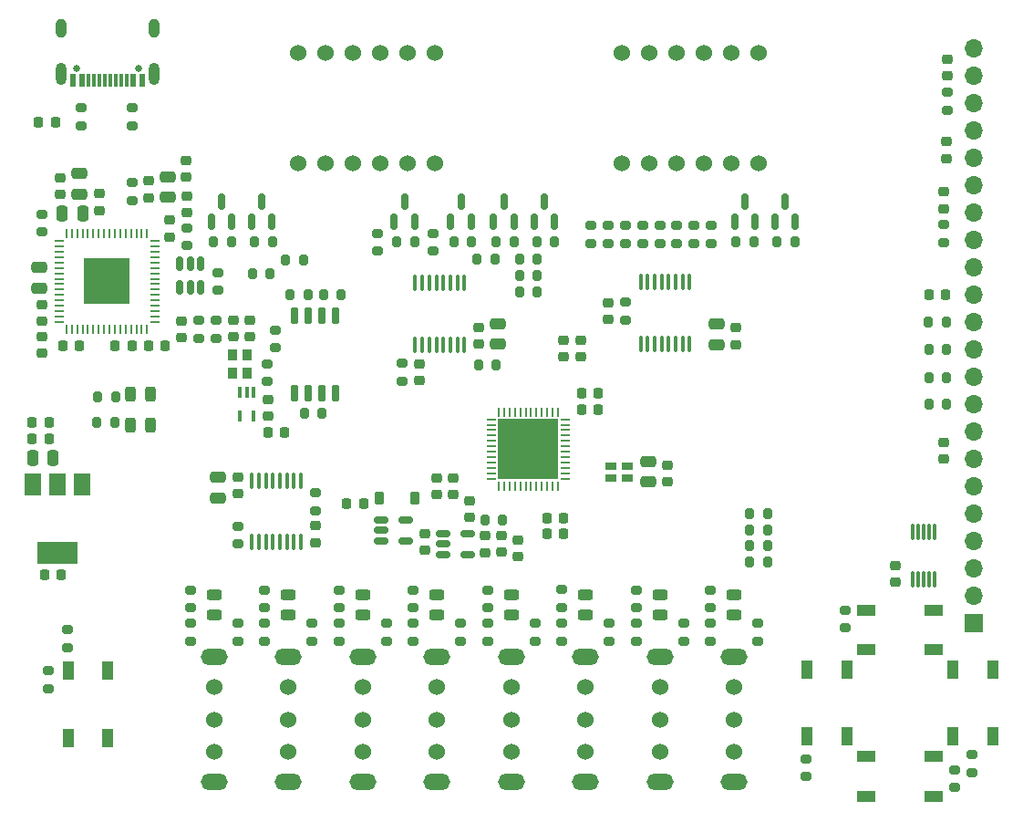
<source format=gbr>
%TF.GenerationSoftware,KiCad,Pcbnew,7.0.7*%
%TF.CreationDate,2023-11-08T14:01:29-08:00*%
%TF.ProjectId,ProgrammaGull_Sandpiper,50726f67-7261-46d6-9d61-47756c6c5f53,rev?*%
%TF.SameCoordinates,Original*%
%TF.FileFunction,Soldermask,Top*%
%TF.FilePolarity,Negative*%
%FSLAX46Y46*%
G04 Gerber Fmt 4.6, Leading zero omitted, Abs format (unit mm)*
G04 Created by KiCad (PCBNEW 7.0.7) date 2023-11-08 14:01:29*
%MOMM*%
%LPD*%
G01*
G04 APERTURE LIST*
G04 Aperture macros list*
%AMRoundRect*
0 Rectangle with rounded corners*
0 $1 Rounding radius*
0 $2 $3 $4 $5 $6 $7 $8 $9 X,Y pos of 4 corners*
0 Add a 4 corners polygon primitive as box body*
4,1,4,$2,$3,$4,$5,$6,$7,$8,$9,$2,$3,0*
0 Add four circle primitives for the rounded corners*
1,1,$1+$1,$2,$3*
1,1,$1+$1,$4,$5*
1,1,$1+$1,$6,$7*
1,1,$1+$1,$8,$9*
0 Add four rect primitives between the rounded corners*
20,1,$1+$1,$2,$3,$4,$5,0*
20,1,$1+$1,$4,$5,$6,$7,0*
20,1,$1+$1,$6,$7,$8,$9,0*
20,1,$1+$1,$8,$9,$2,$3,0*%
G04 Aperture macros list end*
%ADD10RoundRect,0.200000X-0.200000X-0.275000X0.200000X-0.275000X0.200000X0.275000X-0.200000X0.275000X0*%
%ADD11RoundRect,0.100000X-0.100000X0.637500X-0.100000X-0.637500X0.100000X-0.637500X0.100000X0.637500X0*%
%ADD12RoundRect,0.200000X-0.275000X0.200000X-0.275000X-0.200000X0.275000X-0.200000X0.275000X0.200000X0*%
%ADD13RoundRect,0.200000X0.200000X0.275000X-0.200000X0.275000X-0.200000X-0.275000X0.200000X-0.275000X0*%
%ADD14RoundRect,0.225000X0.250000X-0.225000X0.250000X0.225000X-0.250000X0.225000X-0.250000X-0.225000X0*%
%ADD15R,1.500000X2.000000*%
%ADD16R,3.800000X2.000000*%
%ADD17RoundRect,0.225000X-0.250000X0.225000X-0.250000X-0.225000X0.250000X-0.225000X0.250000X0.225000X0*%
%ADD18R,1.100000X1.800000*%
%ADD19C,1.524000*%
%ADD20O,2.500000X1.524000*%
%ADD21RoundRect,0.200000X0.275000X-0.200000X0.275000X0.200000X-0.275000X0.200000X-0.275000X-0.200000X0*%
%ADD22RoundRect,0.048000X-0.152000X0.427000X-0.152000X-0.427000X0.152000X-0.427000X0.152000X0.427000X0*%
%ADD23RoundRect,0.150000X0.150000X-0.587500X0.150000X0.587500X-0.150000X0.587500X-0.150000X-0.587500X0*%
%ADD24C,0.650000*%
%ADD25R,0.600000X1.150000*%
%ADD26R,0.300000X1.150000*%
%ADD27O,1.000000X2.100000*%
%ADD28O,1.000000X1.800000*%
%ADD29RoundRect,0.243750X0.456250X-0.243750X0.456250X0.243750X-0.456250X0.243750X-0.456250X-0.243750X0*%
%ADD30RoundRect,0.150000X-0.512500X-0.150000X0.512500X-0.150000X0.512500X0.150000X-0.512500X0.150000X0*%
%ADD31RoundRect,0.250000X0.250000X0.475000X-0.250000X0.475000X-0.250000X-0.475000X0.250000X-0.475000X0*%
%ADD32RoundRect,0.250000X0.475000X-0.250000X0.475000X0.250000X-0.475000X0.250000X-0.475000X-0.250000X0*%
%ADD33RoundRect,0.225000X-0.225000X-0.250000X0.225000X-0.250000X0.225000X0.250000X-0.225000X0.250000X0*%
%ADD34R,1.800000X1.100000*%
%ADD35RoundRect,0.075000X0.075000X-0.650000X0.075000X0.650000X-0.075000X0.650000X-0.075000X-0.650000X0*%
%ADD36RoundRect,0.225000X0.225000X0.250000X-0.225000X0.250000X-0.225000X-0.250000X0.225000X-0.250000X0*%
%ADD37RoundRect,0.243750X0.243750X0.456250X-0.243750X0.456250X-0.243750X-0.456250X0.243750X-0.456250X0*%
%ADD38RoundRect,0.062500X-0.062500X0.375000X-0.062500X-0.375000X0.062500X-0.375000X0.062500X0.375000X0*%
%ADD39RoundRect,0.062500X-0.375000X0.062500X-0.375000X-0.062500X0.375000X-0.062500X0.375000X0.062500X0*%
%ADD40R,5.600000X5.600000*%
%ADD41RoundRect,0.225000X0.225000X0.375000X-0.225000X0.375000X-0.225000X-0.375000X0.225000X-0.375000X0*%
%ADD42RoundRect,0.218750X0.256250X-0.218750X0.256250X0.218750X-0.256250X0.218750X-0.256250X-0.218750X0*%
%ADD43R,0.900000X1.100000*%
%ADD44RoundRect,0.150000X0.150000X-0.512500X0.150000X0.512500X-0.150000X0.512500X-0.150000X-0.512500X0*%
%ADD45RoundRect,0.250000X-0.250000X-0.475000X0.250000X-0.475000X0.250000X0.475000X-0.250000X0.475000X0*%
%ADD46RoundRect,0.062500X-0.062500X0.337500X-0.062500X-0.337500X0.062500X-0.337500X0.062500X0.337500X0*%
%ADD47RoundRect,0.062500X-0.337500X0.062500X-0.337500X-0.062500X0.337500X-0.062500X0.337500X0.062500X0*%
%ADD48R,4.350000X4.350000*%
%ADD49RoundRect,0.150000X0.150000X-0.650000X0.150000X0.650000X-0.150000X0.650000X-0.150000X-0.650000X0*%
%ADD50R,1.000000X0.800000*%
%ADD51RoundRect,0.250000X-0.475000X0.250000X-0.475000X-0.250000X0.475000X-0.250000X0.475000X0.250000X0*%
%ADD52RoundRect,0.100000X0.100000X-0.637500X0.100000X0.637500X-0.100000X0.637500X-0.100000X-0.637500X0*%
%ADD53R,1.700000X1.700000*%
%ADD54O,1.700000X1.700000*%
G04 APERTURE END LIST*
D10*
%TO.C,R69*%
X68075000Y-47300000D03*
X69725000Y-47300000D03*
%TD*%
D11*
%TO.C,U3*%
X69050000Y-51100000D03*
X68400000Y-51100000D03*
X67750000Y-51100000D03*
X67100000Y-51100000D03*
X66450000Y-51100000D03*
X65800000Y-51100000D03*
X65150000Y-51100000D03*
X64500000Y-51100000D03*
X64500000Y-56825000D03*
X65150000Y-56825000D03*
X65800000Y-56825000D03*
X66450000Y-56825000D03*
X67100000Y-56825000D03*
X67750000Y-56825000D03*
X68400000Y-56825000D03*
X69050000Y-56825000D03*
%TD*%
D12*
%TO.C,R91*%
X66150000Y-46475000D03*
X66150000Y-48125000D03*
%TD*%
D13*
%TO.C,R90*%
X75825000Y-51950000D03*
X74175000Y-51950000D03*
%TD*%
D12*
%TO.C,R89*%
X61000000Y-46475000D03*
X61000000Y-48125000D03*
%TD*%
D13*
%TO.C,R88*%
X75825000Y-50400000D03*
X74175000Y-50400000D03*
%TD*%
D10*
%TO.C,R87*%
X52475000Y-49000000D03*
X54125000Y-49000000D03*
%TD*%
D13*
%TO.C,R54*%
X75825000Y-48850000D03*
X74175000Y-48850000D03*
%TD*%
D10*
%TO.C,R35*%
X49375000Y-50250000D03*
X51025000Y-50250000D03*
%TD*%
D13*
%TO.C,R2*%
X71875000Y-48850000D03*
X70225000Y-48850000D03*
%TD*%
D14*
%TO.C,C3*%
X65350000Y-75875000D03*
X65350000Y-74325000D03*
%TD*%
D15*
%TO.C,U15*%
X33550000Y-69800000D03*
D16*
X31250000Y-76100000D03*
D15*
X31250000Y-69800000D03*
X28950000Y-69800000D03*
%TD*%
D17*
%TO.C,C56*%
X74000000Y-76475000D03*
X74000000Y-74925000D03*
%TD*%
D18*
%TO.C,SW14*%
X35950000Y-87100000D03*
X35950000Y-93300000D03*
X32250000Y-87100000D03*
X32250000Y-93300000D03*
%TD*%
D19*
%TO.C,SW5*%
X59600000Y-88600000D03*
X59600000Y-91600000D03*
X59600000Y-94600000D03*
D20*
X59600000Y-85800000D03*
X59600000Y-97400000D03*
%TD*%
D14*
%TO.C,C42*%
X113597500Y-44200000D03*
X113597500Y-42650000D03*
%TD*%
D13*
%TO.C,R81*%
X113822500Y-59850000D03*
X112172500Y-59850000D03*
%TD*%
D12*
%TO.C,R12*%
X64300000Y-82675000D03*
X64300000Y-84325000D03*
%TD*%
D21*
%TO.C,R19*%
X89400000Y-84325000D03*
X89400000Y-82675000D03*
%TD*%
D22*
%TO.C,U2*%
X49500000Y-61200000D03*
X48850000Y-61200000D03*
X48200000Y-61200000D03*
X48200000Y-63400000D03*
X49500000Y-63400000D03*
%TD*%
D19*
%TO.C,SW4*%
X66500000Y-88600000D03*
X66500000Y-91600000D03*
X66500000Y-94600000D03*
D20*
X66500000Y-85800000D03*
X66500000Y-97400000D03*
%TD*%
D21*
%TO.C,R63*%
X30400000Y-88725000D03*
X30400000Y-87075000D03*
%TD*%
D14*
%TO.C,C28*%
X87900000Y-69575000D03*
X87900000Y-68025000D03*
%TD*%
D21*
%TO.C,R13*%
X68700000Y-84325000D03*
X68700000Y-82675000D03*
%TD*%
%TO.C,R55*%
X43600000Y-81225000D03*
X43600000Y-79575000D03*
%TD*%
D17*
%TO.C,C5*%
X69500000Y-71325000D03*
X69500000Y-72875000D03*
%TD*%
D19*
%TO.C,SW0*%
X94100000Y-88600000D03*
X94100000Y-91600000D03*
X94100000Y-94600000D03*
D20*
X94100000Y-85800000D03*
X94100000Y-97400000D03*
%TD*%
D21*
%TO.C,R17*%
X82500000Y-84325000D03*
X82500000Y-82675000D03*
%TD*%
D12*
%TO.C,R51*%
X63300000Y-58550000D03*
X63300000Y-60200000D03*
%TD*%
D23*
%TO.C,Q4*%
X67800000Y-45437500D03*
X69700000Y-45437500D03*
X68750000Y-43562500D03*
%TD*%
D24*
%TO.C,P1*%
X38810000Y-31180000D03*
X33030000Y-31180000D03*
D25*
X39120000Y-32255000D03*
X38320000Y-32255000D03*
D26*
X37170000Y-32255000D03*
X36170000Y-32255000D03*
X35670000Y-32255000D03*
X34670000Y-32255000D03*
D25*
X33520000Y-32255000D03*
X32720000Y-32255000D03*
X32720000Y-32255000D03*
X33520000Y-32255000D03*
D26*
X34170000Y-32255000D03*
X35170000Y-32255000D03*
X36670000Y-32255000D03*
X37670000Y-32255000D03*
D25*
X38320000Y-32255000D03*
X39120000Y-32255000D03*
D27*
X40240000Y-31680000D03*
D28*
X40240000Y-27500000D03*
D27*
X31600000Y-31680000D03*
D28*
X31600000Y-27500000D03*
%TD*%
D21*
%TO.C,R33*%
X46000000Y-56225000D03*
X46000000Y-54575000D03*
%TD*%
D14*
%TO.C,C32*%
X94300000Y-56800000D03*
X94300000Y-55250000D03*
%TD*%
%TO.C,C13*%
X35200000Y-44350000D03*
X35200000Y-42800000D03*
%TD*%
%TO.C,C9*%
X43300000Y-44575000D03*
X43300000Y-43025000D03*
%TD*%
D13*
%TO.C,R5*%
X72587500Y-73075000D03*
X70937500Y-73075000D03*
%TD*%
D17*
%TO.C,C16*%
X42800000Y-54625000D03*
X42800000Y-56175000D03*
%TD*%
D14*
%TO.C,C11*%
X41700000Y-46825000D03*
X41700000Y-45275000D03*
%TD*%
D19*
%TO.C,SW2*%
X80300000Y-88600000D03*
X80300000Y-91600000D03*
X80300000Y-94600000D03*
D20*
X80300000Y-85800000D03*
X80300000Y-97400000D03*
%TD*%
D10*
%TO.C,R70*%
X62775000Y-47300000D03*
X64425000Y-47300000D03*
%TD*%
D13*
%TO.C,R85*%
X36600000Y-64000000D03*
X34950000Y-64000000D03*
%TD*%
D12*
%TO.C,R16*%
X78100000Y-82675000D03*
X78100000Y-84325000D03*
%TD*%
D17*
%TO.C,C46*%
X29850000Y-56075000D03*
X29850000Y-57625000D03*
%TD*%
D12*
%TO.C,R83*%
X113597500Y-45700000D03*
X113597500Y-47350000D03*
%TD*%
D21*
%TO.C,R6*%
X48000000Y-84325000D03*
X48000000Y-82675000D03*
%TD*%
D29*
%TO.C,D9*%
X94100000Y-81937500D03*
X94100000Y-80062500D03*
%TD*%
D30*
%TO.C,U5*%
X61350000Y-73100000D03*
X61350000Y-74050000D03*
X61350000Y-75000000D03*
X63625000Y-75000000D03*
X63625000Y-73100000D03*
%TD*%
D21*
%TO.C,R9*%
X54900000Y-84325000D03*
X54900000Y-82675000D03*
%TD*%
D12*
%TO.C,R10*%
X57400000Y-82675000D03*
X57400000Y-84325000D03*
%TD*%
D31*
%TO.C,C10*%
X33600000Y-44650000D03*
X31700000Y-44650000D03*
%TD*%
D32*
%TO.C,C15*%
X41500000Y-43150000D03*
X41500000Y-41250000D03*
%TD*%
D21*
%TO.C,R34*%
X43300000Y-47625000D03*
X43300000Y-45975000D03*
%TD*%
D32*
%TO.C,C27*%
X86150000Y-69550000D03*
X86150000Y-67650000D03*
%TD*%
D21*
%TO.C,R4*%
X33510000Y-36480000D03*
X33510000Y-34830000D03*
%TD*%
%TO.C,R3*%
X38210000Y-36480000D03*
X38210000Y-34830000D03*
%TD*%
D29*
%TO.C,D2*%
X45800000Y-81937500D03*
X45800000Y-80062500D03*
%TD*%
D14*
%TO.C,C55*%
X29850000Y-54625000D03*
X29850000Y-53075000D03*
%TD*%
D33*
%TO.C,C19*%
X79925000Y-62850000D03*
X81475000Y-62850000D03*
%TD*%
D14*
%TO.C,C40*%
X109100000Y-78875000D03*
X109100000Y-77325000D03*
%TD*%
D12*
%TO.C,R47*%
X87200000Y-45775000D03*
X87200000Y-47425000D03*
%TD*%
D23*
%TO.C,Q6*%
X75525000Y-45437500D03*
X77425000Y-45437500D03*
X76475000Y-43562500D03*
%TD*%
D34*
%TO.C,SW10*%
X112600000Y-98750000D03*
X106400000Y-98750000D03*
X112600000Y-95050000D03*
X106400000Y-95050000D03*
%TD*%
D21*
%TO.C,R21*%
X96300000Y-84325000D03*
X96300000Y-82675000D03*
%TD*%
D17*
%TO.C,C31*%
X55200000Y-73625000D03*
X55200000Y-75175000D03*
%TD*%
D21*
%TO.C,R60*%
X78100000Y-79550000D03*
X78100000Y-81200000D03*
%TD*%
%TO.C,R24*%
X114600000Y-97925000D03*
X114600000Y-96275000D03*
%TD*%
D35*
%TO.C,U11*%
X110697500Y-78570000D03*
X111197500Y-78570000D03*
X111697500Y-78570000D03*
X112197500Y-78570000D03*
X112697500Y-78570000D03*
X112697500Y-74170000D03*
X112197500Y-74170000D03*
X111697500Y-74170000D03*
X111197500Y-74170000D03*
X110697500Y-74170000D03*
%TD*%
D30*
%TO.C,U4*%
X67062500Y-74375000D03*
X67062500Y-75325000D03*
X67062500Y-76275000D03*
X69337500Y-76275000D03*
X69337500Y-74375000D03*
%TD*%
D10*
%TO.C,R25*%
X95575000Y-74000000D03*
X97225000Y-74000000D03*
%TD*%
D17*
%TO.C,C29*%
X48000000Y-69125000D03*
X48000000Y-70675000D03*
%TD*%
D32*
%TO.C,C35*%
X72200000Y-56750000D03*
X72200000Y-54850000D03*
%TD*%
D33*
%TO.C,C23*%
X76725000Y-74400000D03*
X78275000Y-74400000D03*
%TD*%
D12*
%TO.C,R64*%
X32200000Y-83275000D03*
X32200000Y-84925000D03*
%TD*%
D10*
%TO.C,R67*%
X45775000Y-47300000D03*
X47425000Y-47300000D03*
%TD*%
D19*
%TO.C,SW1*%
X87200000Y-88600000D03*
X87200000Y-91600000D03*
X87200000Y-94600000D03*
D20*
X87200000Y-85800000D03*
X87200000Y-97400000D03*
%TD*%
D29*
%TO.C,D6*%
X73400000Y-81937500D03*
X73400000Y-80062500D03*
%TD*%
D13*
%TO.C,R79*%
X113797500Y-54750000D03*
X112147500Y-54750000D03*
%TD*%
D36*
%TO.C,C47*%
X41250000Y-56900000D03*
X39700000Y-56900000D03*
%TD*%
D17*
%TO.C,C20*%
X68000000Y-69200000D03*
X68000000Y-70750000D03*
%TD*%
D10*
%TO.C,R23*%
X95575000Y-75500000D03*
X97225000Y-75500000D03*
%TD*%
D37*
%TO.C,D11*%
X39925000Y-64250000D03*
X38050000Y-64250000D03*
%TD*%
D11*
%TO.C,U12*%
X89975000Y-51037500D03*
X89325000Y-51037500D03*
X88675000Y-51037500D03*
X88025000Y-51037500D03*
X87375000Y-51037500D03*
X86725000Y-51037500D03*
X86075000Y-51037500D03*
X85425000Y-51037500D03*
X85425000Y-56762500D03*
X86075000Y-56762500D03*
X86725000Y-56762500D03*
X87375000Y-56762500D03*
X88025000Y-56762500D03*
X88675000Y-56762500D03*
X89325000Y-56762500D03*
X89975000Y-56762500D03*
%TD*%
D23*
%TO.C,Q2*%
X49300000Y-45437500D03*
X51200000Y-45437500D03*
X50250000Y-43562500D03*
%TD*%
D38*
%TO.C,U1*%
X77750000Y-63062500D03*
X77250000Y-63062500D03*
X76750000Y-63062500D03*
X76250000Y-63062500D03*
X75750000Y-63062500D03*
X75250000Y-63062500D03*
X74750000Y-63062500D03*
X74250000Y-63062500D03*
X73750000Y-63062500D03*
X73250000Y-63062500D03*
X72750000Y-63062500D03*
X72250000Y-63062500D03*
D39*
X71562500Y-63750000D03*
X71562500Y-64250000D03*
X71562500Y-64750000D03*
X71562500Y-65250000D03*
X71562500Y-65750000D03*
X71562500Y-66250000D03*
X71562500Y-66750000D03*
X71562500Y-67250000D03*
X71562500Y-67750000D03*
X71562500Y-68250000D03*
X71562500Y-68750000D03*
X71562500Y-69250000D03*
D38*
X72250000Y-69937500D03*
X72750000Y-69937500D03*
X73250000Y-69937500D03*
X73750000Y-69937500D03*
X74250000Y-69937500D03*
X74750000Y-69937500D03*
X75250000Y-69937500D03*
X75750000Y-69937500D03*
X76250000Y-69937500D03*
X76750000Y-69937500D03*
X77250000Y-69937500D03*
X77750000Y-69937500D03*
D39*
X78437500Y-69250000D03*
X78437500Y-68750000D03*
X78437500Y-68250000D03*
X78437500Y-67750000D03*
X78437500Y-67250000D03*
X78437500Y-66750000D03*
X78437500Y-66250000D03*
X78437500Y-65750000D03*
X78437500Y-65250000D03*
X78437500Y-64750000D03*
X78437500Y-64250000D03*
X78437500Y-63750000D03*
D40*
X75000000Y-66500000D03*
%TD*%
D18*
%TO.C,SW11*%
X118150000Y-87000000D03*
X118150000Y-93200000D03*
X114450000Y-87000000D03*
X114450000Y-93200000D03*
%TD*%
D21*
%TO.C,R37*%
X44400000Y-56225000D03*
X44400000Y-54575000D03*
%TD*%
D36*
%TO.C,C46*%
X33325000Y-56900000D03*
X31775000Y-56900000D03*
%TD*%
D12*
%TO.C,R43*%
X80800000Y-45775000D03*
X80800000Y-47425000D03*
%TD*%
D14*
%TO.C,C45*%
X113897500Y-31900000D03*
X113897500Y-30350000D03*
%TD*%
D17*
%TO.C,C8*%
X72500000Y-74525000D03*
X72500000Y-76075000D03*
%TD*%
D14*
%TO.C,C14*%
X39700000Y-43175000D03*
X39700000Y-41625000D03*
%TD*%
D36*
%TO.C,C44*%
X113750000Y-52200000D03*
X112200000Y-52200000D03*
%TD*%
D12*
%TO.C,R18*%
X85000000Y-82675000D03*
X85000000Y-84325000D03*
%TD*%
D23*
%TO.C,Q8*%
X97900000Y-45437500D03*
X99800000Y-45437500D03*
X98850000Y-43562500D03*
%TD*%
D13*
%TO.C,R86*%
X36650000Y-61700000D03*
X35000000Y-61700000D03*
%TD*%
D41*
%TO.C,D1*%
X64475000Y-71100000D03*
X61175000Y-71100000D03*
%TD*%
D19*
%TO.C,SW6*%
X52700000Y-88600000D03*
X52700000Y-91600000D03*
X52700000Y-94600000D03*
D20*
X52700000Y-85800000D03*
X52700000Y-97400000D03*
%TD*%
D29*
%TO.C,D7*%
X80300000Y-81937500D03*
X80300000Y-80062500D03*
%TD*%
D12*
%TO.C,R44*%
X82400000Y-45775000D03*
X82400000Y-47425000D03*
%TD*%
D10*
%TO.C,R68*%
X49600000Y-47300000D03*
X51250000Y-47300000D03*
%TD*%
D19*
%TO.C,SW7*%
X45800000Y-88600000D03*
X45800000Y-91600000D03*
X45800000Y-94600000D03*
D20*
X45800000Y-85800000D03*
X45800000Y-97400000D03*
%TD*%
D10*
%TO.C,R29*%
X95575000Y-77000000D03*
X97225000Y-77000000D03*
%TD*%
D19*
%TO.C,U8*%
X53600000Y-40000000D03*
X56140000Y-40000000D03*
X58680000Y-40000000D03*
X61220000Y-40000000D03*
X63760000Y-40000000D03*
X66300000Y-40000000D03*
X66300000Y-29740000D03*
X63760000Y-29740000D03*
X61220000Y-29740000D03*
X58680000Y-29740000D03*
X56140000Y-29740000D03*
X53600000Y-29740000D03*
%TD*%
D14*
%TO.C,C48*%
X78300000Y-57975000D03*
X78300000Y-56425000D03*
%TD*%
D21*
%TO.C,R57*%
X57400000Y-81225000D03*
X57400000Y-79575000D03*
%TD*%
D42*
%TO.C,FB1*%
X31500000Y-42887500D03*
X31500000Y-41312500D03*
%TD*%
D10*
%TO.C,R74*%
X98075000Y-47300000D03*
X99725000Y-47300000D03*
%TD*%
D23*
%TO.C,Q7*%
X94150000Y-45437500D03*
X96050000Y-45437500D03*
X95100000Y-43562500D03*
%TD*%
D12*
%TO.C,R52*%
X84000000Y-52875000D03*
X84000000Y-54525000D03*
%TD*%
%TO.C,R49*%
X90400000Y-45775000D03*
X90400000Y-47425000D03*
%TD*%
D33*
%TO.C,C22*%
X76725000Y-72900000D03*
X78275000Y-72900000D03*
%TD*%
D21*
%TO.C,R59*%
X71200000Y-81225000D03*
X71200000Y-79575000D03*
%TD*%
D34*
%TO.C,SW9*%
X112600000Y-85150000D03*
X106400000Y-85150000D03*
X112600000Y-81450000D03*
X106400000Y-81450000D03*
%TD*%
D43*
%TO.C,X1*%
X47550000Y-57750000D03*
X47550000Y-59450000D03*
X48850000Y-59450000D03*
X48850000Y-57750000D03*
%TD*%
D21*
%TO.C,R22*%
X104400000Y-83100000D03*
X104400000Y-81450000D03*
%TD*%
D36*
%TO.C,C1*%
X31075000Y-36200000D03*
X29525000Y-36200000D03*
%TD*%
D29*
%TO.C,D4*%
X59600000Y-81937500D03*
X59600000Y-80062500D03*
%TD*%
%TO.C,D5*%
X66500000Y-80062500D03*
X66500000Y-81937500D03*
%TD*%
D13*
%TO.C,R40*%
X55825000Y-63200000D03*
X54175000Y-63200000D03*
%TD*%
D44*
%TO.C,U6*%
X42650000Y-51537500D03*
X43600000Y-51537500D03*
X44550000Y-51537500D03*
X44550000Y-49262500D03*
X43600000Y-49262500D03*
X42650000Y-49262500D03*
%TD*%
D32*
%TO.C,C12*%
X33300000Y-42850000D03*
X33300000Y-40950000D03*
%TD*%
D21*
%TO.C,R15*%
X75600000Y-84325000D03*
X75600000Y-82675000D03*
%TD*%
D17*
%TO.C,C37*%
X82400000Y-52925000D03*
X82400000Y-54475000D03*
%TD*%
D45*
%TO.C,C25*%
X28950000Y-67350000D03*
X30850000Y-67350000D03*
%TD*%
D14*
%TO.C,C41*%
X113597500Y-67425000D03*
X113597500Y-65875000D03*
%TD*%
D46*
%TO.C,U7*%
X39600000Y-46500000D03*
X39100000Y-46500000D03*
X38600000Y-46500000D03*
X38100000Y-46500000D03*
X37600000Y-46500000D03*
X37100000Y-46500000D03*
X36600000Y-46500000D03*
X36100000Y-46500000D03*
X35600000Y-46500000D03*
X35100000Y-46500000D03*
X34600000Y-46500000D03*
X34100000Y-46500000D03*
X33600000Y-46500000D03*
X33100000Y-46500000D03*
X32600000Y-46500000D03*
X32100000Y-46500000D03*
D47*
X31400000Y-47200000D03*
X31400000Y-47700000D03*
X31400000Y-48200000D03*
X31400000Y-48700000D03*
X31400000Y-49200000D03*
X31400000Y-49700000D03*
X31400000Y-50200000D03*
X31400000Y-50700000D03*
X31400000Y-51200000D03*
X31400000Y-51700000D03*
X31400000Y-52200000D03*
X31400000Y-52700000D03*
X31400000Y-53200000D03*
X31400000Y-53700000D03*
X31400000Y-54200000D03*
X31400000Y-54700000D03*
D46*
X32100000Y-55400000D03*
X32600000Y-55400000D03*
X33100000Y-55400000D03*
X33600000Y-55400000D03*
X34100000Y-55400000D03*
X34600000Y-55400000D03*
X35100000Y-55400000D03*
X35600000Y-55400000D03*
X36100000Y-55400000D03*
X36600000Y-55400000D03*
X37100000Y-55400000D03*
X37600000Y-55400000D03*
X38100000Y-55400000D03*
X38600000Y-55400000D03*
X39100000Y-55400000D03*
X39600000Y-55400000D03*
D47*
X40300000Y-54700000D03*
X40300000Y-54200000D03*
X40300000Y-53700000D03*
X40300000Y-53200000D03*
X40300000Y-52700000D03*
X40300000Y-52200000D03*
X40300000Y-51700000D03*
X40300000Y-51200000D03*
X40300000Y-50700000D03*
X40300000Y-50200000D03*
X40300000Y-49700000D03*
X40300000Y-49200000D03*
X40300000Y-48700000D03*
X40300000Y-48200000D03*
X40300000Y-47700000D03*
X40300000Y-47200000D03*
D48*
X35850000Y-50950000D03*
%TD*%
D21*
%TO.C,R26*%
X116200000Y-96525000D03*
X116200000Y-94875000D03*
%TD*%
D12*
%TO.C,R36*%
X46150000Y-50125000D03*
X46150000Y-51775000D03*
%TD*%
D10*
%TO.C,R71*%
X72000000Y-47300000D03*
X73650000Y-47300000D03*
%TD*%
D21*
%TO.C,R61*%
X85000000Y-81225000D03*
X85000000Y-79575000D03*
%TD*%
D33*
%TO.C,C26*%
X28925000Y-65550000D03*
X30475000Y-65550000D03*
%TD*%
D19*
%TO.C,U10*%
X83700000Y-40000000D03*
X86240000Y-40000000D03*
X88780000Y-40000000D03*
X91320000Y-40000000D03*
X93860000Y-40000000D03*
X96400000Y-40000000D03*
X96400000Y-29740000D03*
X93860000Y-29740000D03*
X91320000Y-29740000D03*
X88780000Y-29740000D03*
X86240000Y-29740000D03*
X83700000Y-29740000D03*
%TD*%
D32*
%TO.C,C33*%
X92500000Y-56800000D03*
X92500000Y-54900000D03*
%TD*%
D17*
%TO.C,C36*%
X64900000Y-58600000D03*
X64900000Y-60150000D03*
%TD*%
D21*
%TO.C,R58*%
X64300000Y-81225000D03*
X64300000Y-79575000D03*
%TD*%
D12*
%TO.C,R84*%
X113897500Y-33400000D03*
X113897500Y-35050000D03*
%TD*%
D17*
%TO.C,C21*%
X66500000Y-69200000D03*
X66500000Y-70750000D03*
%TD*%
D10*
%TO.C,R27*%
X95575000Y-72500000D03*
X97225000Y-72500000D03*
%TD*%
D13*
%TO.C,R41*%
X54525000Y-52200000D03*
X52875000Y-52200000D03*
%TD*%
D49*
%TO.C,U14*%
X53295000Y-61300000D03*
X54565000Y-61300000D03*
X55835000Y-61300000D03*
X57105000Y-61300000D03*
X57105000Y-54100000D03*
X55835000Y-54100000D03*
X54565000Y-54100000D03*
X53295000Y-54100000D03*
%TD*%
D50*
%TO.C,D10*%
X84162500Y-69200000D03*
X82662500Y-69200000D03*
X82662500Y-68100000D03*
X84162500Y-68100000D03*
%TD*%
D33*
%TO.C,C53*%
X50825000Y-65000000D03*
X52375000Y-65000000D03*
%TD*%
D12*
%TO.C,R38*%
X38200000Y-41775000D03*
X38200000Y-43425000D03*
%TD*%
D19*
%TO.C,SW3*%
X73400000Y-88600000D03*
X73400000Y-91600000D03*
X73400000Y-94600000D03*
D20*
X73400000Y-85800000D03*
X73400000Y-97400000D03*
%TD*%
D12*
%TO.C,R8*%
X50500000Y-82675000D03*
X50500000Y-84325000D03*
%TD*%
D21*
%TO.C,R65*%
X55200000Y-72225000D03*
X55200000Y-70575000D03*
%TD*%
D10*
%TO.C,R73*%
X94275000Y-47300000D03*
X95925000Y-47300000D03*
%TD*%
D12*
%TO.C,R14*%
X71200000Y-82675000D03*
X71200000Y-84325000D03*
%TD*%
D21*
%TO.C,R32*%
X51500000Y-57125000D03*
X51500000Y-55475000D03*
%TD*%
%TO.C,R11*%
X61800000Y-84325000D03*
X61800000Y-82675000D03*
%TD*%
D33*
%TO.C,C4*%
X30075000Y-78200000D03*
X31625000Y-78200000D03*
%TD*%
D12*
%TO.C,R7*%
X43600000Y-82675000D03*
X43600000Y-84325000D03*
%TD*%
D13*
%TO.C,R80*%
X113822500Y-57250000D03*
X112172500Y-57250000D03*
%TD*%
D36*
%TO.C,C2*%
X59700000Y-71600000D03*
X58150000Y-71600000D03*
%TD*%
D13*
%TO.C,R82*%
X113822500Y-62350000D03*
X112172500Y-62350000D03*
%TD*%
D23*
%TO.C,Q3*%
X62550000Y-45437500D03*
X64450000Y-45437500D03*
X63500000Y-43562500D03*
%TD*%
D14*
%TO.C,C49*%
X79900000Y-57975000D03*
X79900000Y-56425000D03*
%TD*%
D21*
%TO.C,R62*%
X91900000Y-81225000D03*
X91900000Y-79575000D03*
%TD*%
D12*
%TO.C,R48*%
X88800000Y-45775000D03*
X88800000Y-47425000D03*
%TD*%
D51*
%TO.C,C30*%
X46200000Y-69150000D03*
X46200000Y-71050000D03*
%TD*%
D21*
%TO.C,R28*%
X100800000Y-96925000D03*
X100800000Y-95275000D03*
%TD*%
D42*
%TO.C,FB2*%
X43250000Y-41287500D03*
X43250000Y-39712500D03*
%TD*%
D18*
%TO.C,SW12*%
X104550000Y-87000000D03*
X104550000Y-93200000D03*
X100850000Y-87000000D03*
X100850000Y-93200000D03*
%TD*%
D37*
%TO.C,D12*%
X39925000Y-61450000D03*
X38050000Y-61450000D03*
%TD*%
D29*
%TO.C,D8*%
X87200000Y-81937500D03*
X87200000Y-80062500D03*
%TD*%
D33*
%TO.C,C18*%
X79925000Y-61350000D03*
X81475000Y-61350000D03*
%TD*%
D21*
%TO.C,R1*%
X50750000Y-60225000D03*
X50750000Y-58575000D03*
%TD*%
D14*
%TO.C,C34*%
X70400000Y-56775000D03*
X70400000Y-55225000D03*
%TD*%
D23*
%TO.C,Q5*%
X71775000Y-45437500D03*
X73675000Y-45437500D03*
X72725000Y-43562500D03*
%TD*%
D21*
%TO.C,R66*%
X48000000Y-75325000D03*
X48000000Y-73675000D03*
%TD*%
D14*
%TO.C,C50*%
X47600000Y-56075000D03*
X47600000Y-54525000D03*
%TD*%
D52*
%TO.C,U13*%
X49325000Y-75162500D03*
X49975000Y-75162500D03*
X50625000Y-75162500D03*
X51275000Y-75162500D03*
X51925000Y-75162500D03*
X52575000Y-75162500D03*
X53225000Y-75162500D03*
X53875000Y-75162500D03*
X53875000Y-69437500D03*
X53225000Y-69437500D03*
X52575000Y-69437500D03*
X51925000Y-69437500D03*
X51275000Y-69437500D03*
X50625000Y-69437500D03*
X49975000Y-69437500D03*
X49325000Y-69437500D03*
%TD*%
D12*
%TO.C,R50*%
X92000000Y-45775000D03*
X92000000Y-47425000D03*
%TD*%
D14*
%TO.C,C52*%
X50800000Y-63475000D03*
X50800000Y-61925000D03*
%TD*%
D33*
%TO.C,C24*%
X28925000Y-64000000D03*
X30475000Y-64000000D03*
%TD*%
D14*
%TO.C,C43*%
X113800000Y-39525000D03*
X113800000Y-37975000D03*
%TD*%
D12*
%TO.C,R39*%
X29800000Y-44725000D03*
X29800000Y-46375000D03*
%TD*%
%TO.C,R20*%
X91900000Y-82675000D03*
X91900000Y-84325000D03*
%TD*%
D10*
%TO.C,R72*%
X75800000Y-47300000D03*
X77450000Y-47300000D03*
%TD*%
D23*
%TO.C,Q1*%
X45550000Y-45437500D03*
X47450000Y-45437500D03*
X46500000Y-43562500D03*
%TD*%
D21*
%TO.C,R56*%
X50500000Y-81225000D03*
X50500000Y-79575000D03*
%TD*%
D53*
%TO.C,J4*%
X116397500Y-82670000D03*
D54*
X116397500Y-80130000D03*
X116397500Y-77590000D03*
X116397500Y-75050000D03*
X116397500Y-72510000D03*
X116397500Y-69970000D03*
X116397500Y-67430000D03*
X116397500Y-64890000D03*
X116397500Y-62350000D03*
X116397500Y-59810000D03*
X116397500Y-57270000D03*
X116397500Y-54730000D03*
X116397500Y-52190000D03*
X116397500Y-49650000D03*
X116397500Y-47110000D03*
X116397500Y-44570000D03*
X116397500Y-42030000D03*
X116397500Y-39490000D03*
X116397500Y-36950000D03*
X116397500Y-34410000D03*
X116397500Y-31870000D03*
X116397500Y-29330000D03*
%TD*%
D17*
%TO.C,C6*%
X71000000Y-74550000D03*
X71000000Y-76100000D03*
%TD*%
D10*
%TO.C,R42*%
X55975000Y-52200000D03*
X57625000Y-52200000D03*
%TD*%
D33*
%TO.C,C54*%
X36625000Y-56900000D03*
X38175000Y-56900000D03*
%TD*%
D51*
%TO.C,C17*%
X29600000Y-49650000D03*
X29600000Y-51550000D03*
%TD*%
D12*
%TO.C,R46*%
X85600000Y-45775000D03*
X85600000Y-47425000D03*
%TD*%
%TO.C,R45*%
X84000000Y-45775000D03*
X84000000Y-47425000D03*
%TD*%
D29*
%TO.C,D3*%
X52700000Y-81937500D03*
X52700000Y-80062500D03*
%TD*%
D13*
%TO.C,R53*%
X72025000Y-58700000D03*
X70375000Y-58700000D03*
%TD*%
D14*
%TO.C,C51*%
X49100000Y-56075000D03*
X49100000Y-54525000D03*
%TD*%
M02*

</source>
